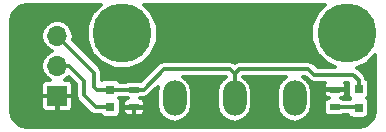
<source format=gtl>
G04 #@! TF.FileFunction,Copper,L1,Top,Signal*
%FSLAX46Y46*%
G04 Gerber Fmt 4.6, Leading zero omitted, Abs format (unit mm)*
G04 Created by KiCad (PCBNEW 4.0.6-e0-6349~53~ubuntu16.04.1) date Wed May  3 10:51:49 2017*
%MOMM*%
%LPD*%
G01*
G04 APERTURE LIST*
%ADD10C,0.100000*%
%ADD11R,1.700000X1.700000*%
%ADD12O,1.700000X1.700000*%
%ADD13R,0.750000X0.800000*%
%ADD14R,0.800000X0.800000*%
%ADD15R,0.900000X0.500000*%
%ADD16C,5.000000*%
%ADD17O,2.000000X3.000000*%
%ADD18C,0.350000*%
%ADD19C,0.300000*%
G04 APERTURE END LIST*
D10*
D11*
X4500000Y3210000D03*
D12*
X4500000Y5750000D03*
X4500000Y8290000D03*
D13*
X9000000Y3750000D03*
X9000000Y2250000D03*
D14*
X30000000Y2200000D03*
X30000000Y3800000D03*
D15*
X11000000Y2250000D03*
X11000000Y3750000D03*
X28000000Y3750000D03*
X28000000Y2250000D03*
D16*
X29000000Y8500000D03*
X10000000Y8500000D03*
D17*
X14420000Y3000000D03*
X19500000Y3000000D03*
X24580000Y3000000D03*
D18*
X7600000Y4000000D02*
X7850000Y3750000D01*
X7850000Y3750000D02*
X9000000Y3750000D01*
X7600000Y5190000D02*
X7600000Y4000000D01*
X7290000Y5500000D02*
X7600000Y5190000D01*
X7290000Y5500000D02*
X7290000Y5485000D01*
X4500000Y8290000D02*
X7290000Y5500000D01*
X11000000Y3750000D02*
X11800000Y3750000D01*
X13500000Y5500000D02*
X19100000Y5500000D01*
X13500000Y5450000D02*
X13500000Y5500000D01*
X11800000Y3750000D02*
X13500000Y5450000D01*
X9000000Y3750000D02*
X11000000Y3750000D01*
X29550000Y5000000D02*
X26250000Y5000000D01*
X26250000Y5000000D02*
X25750000Y5500000D01*
X30000000Y3800000D02*
X30000000Y4550000D01*
X30000000Y4550000D02*
X29550000Y5000000D01*
X19100000Y5500000D02*
X19500000Y5100000D01*
X25750000Y5500000D02*
X19900000Y5500000D01*
X19900000Y5500000D02*
X19500000Y5100000D01*
X19500000Y3000000D02*
X19500000Y5100000D01*
X4500000Y5750000D02*
X5500000Y5750000D01*
X5500000Y5750000D02*
X6750000Y4500000D01*
X6750000Y4500000D02*
X6750000Y3250000D01*
X6750000Y3250000D02*
X7750000Y2250000D01*
X7750000Y2250000D02*
X9000000Y2250000D01*
X28000000Y2250000D02*
X29950000Y2250000D01*
X29950000Y2250000D02*
X30000000Y2200000D01*
X25750000Y750000D02*
X26500000Y1500000D01*
X4500000Y3210000D02*
X4500000Y1500000D01*
X4500000Y1500000D02*
X5250000Y750000D01*
X5250000Y750000D02*
X25750000Y750000D01*
X28000000Y3750000D02*
X27200000Y3750000D01*
X27200000Y3750000D02*
X26500000Y3050000D01*
X26500000Y3050000D02*
X26500000Y1500000D01*
D19*
G36*
X7458207Y10201582D02*
X7000522Y9099355D01*
X6999481Y7905881D01*
X7455241Y6802857D01*
X8298418Y5958207D01*
X9400645Y5500522D01*
X10594119Y5499481D01*
X11697143Y5955241D01*
X12541793Y6798418D01*
X12999478Y7900645D01*
X13000519Y9094119D01*
X12544759Y10197143D01*
X11818171Y10925000D01*
X27182889Y10925000D01*
X26458207Y10201582D01*
X26000522Y9099355D01*
X25999481Y7905881D01*
X26455241Y6802857D01*
X27298418Y5958207D01*
X27980456Y5675000D01*
X26529594Y5675000D01*
X26227297Y5977297D01*
X26008312Y6123619D01*
X25750000Y6175000D01*
X19900000Y6175000D01*
X19641689Y6123619D01*
X19641687Y6123618D01*
X19641688Y6123618D01*
X19500000Y6028945D01*
X19358312Y6123619D01*
X19100000Y6175000D01*
X13500000Y6175000D01*
X13241689Y6123619D01*
X13022703Y5977297D01*
X12922019Y5826613D01*
X11579065Y4483659D01*
X11450000Y4509795D01*
X10550000Y4509795D01*
X10364711Y4474931D01*
X10287117Y4425000D01*
X9792203Y4425000D01*
X9740425Y4505465D01*
X9573339Y4619630D01*
X9375000Y4659795D01*
X8625000Y4659795D01*
X8439711Y4624931D01*
X8275000Y4518942D01*
X8275000Y5190000D01*
X8264719Y5241688D01*
X8223619Y5448312D01*
X8077297Y5667297D01*
X5806458Y7938136D01*
X5876448Y8290000D01*
X5773685Y8806623D01*
X5481042Y9244594D01*
X5043071Y9537237D01*
X4526448Y9640000D01*
X4473552Y9640000D01*
X3956929Y9537237D01*
X3518958Y9244594D01*
X3226315Y8806623D01*
X3123552Y8290000D01*
X3226315Y7773377D01*
X3518958Y7335406D01*
X3956929Y7042763D01*
X4071366Y7020000D01*
X3956929Y6997237D01*
X3518958Y6704594D01*
X3226315Y6266623D01*
X3123552Y5750000D01*
X3226315Y5233377D01*
X3518958Y4795406D01*
X3871268Y4560000D01*
X3550544Y4560000D01*
X3366773Y4483880D01*
X3226121Y4343227D01*
X3150000Y4159456D01*
X3150000Y3360000D01*
X3275000Y3235000D01*
X4475000Y3235000D01*
X4475000Y3255000D01*
X4525000Y3255000D01*
X4525000Y3235000D01*
X5725000Y3235000D01*
X5850000Y3360000D01*
X5850000Y4159456D01*
X5773879Y4343227D01*
X5633227Y4483880D01*
X5449456Y4560000D01*
X5128732Y4560000D01*
X5481042Y4795406D01*
X5488636Y4806770D01*
X6075000Y4220406D01*
X6075000Y3250000D01*
X6126381Y2991688D01*
X6272703Y2772703D01*
X7272703Y1772703D01*
X7491689Y1626381D01*
X7750000Y1575000D01*
X8207797Y1575000D01*
X8259575Y1494535D01*
X8426661Y1380370D01*
X8625000Y1340205D01*
X9375000Y1340205D01*
X9560289Y1375069D01*
X9730465Y1484575D01*
X9844630Y1651661D01*
X9884795Y1850000D01*
X9884795Y2100000D01*
X10050000Y2100000D01*
X10050000Y1900544D01*
X10126120Y1716773D01*
X10266773Y1576121D01*
X10450544Y1500000D01*
X10850000Y1500000D01*
X10975000Y1625000D01*
X10975000Y2225000D01*
X11025000Y2225000D01*
X11025000Y1625000D01*
X11150000Y1500000D01*
X11549456Y1500000D01*
X11733227Y1576121D01*
X11873880Y1716773D01*
X11950000Y1900544D01*
X11950000Y2100000D01*
X11825000Y2225000D01*
X11025000Y2225000D01*
X10975000Y2225000D01*
X10175000Y2225000D01*
X10050000Y2100000D01*
X9884795Y2100000D01*
X9884795Y2650000D01*
X9849931Y2835289D01*
X9742517Y3002214D01*
X9792250Y3075000D01*
X10286343Y3075000D01*
X10351661Y3030370D01*
X10501631Y3000000D01*
X10450544Y3000000D01*
X10266773Y2923879D01*
X10126120Y2783227D01*
X10050000Y2599456D01*
X10050000Y2400000D01*
X10175000Y2275000D01*
X10975000Y2275000D01*
X10975000Y2295000D01*
X11025000Y2295000D01*
X11025000Y2275000D01*
X11825000Y2275000D01*
X11950000Y2400000D01*
X11950000Y2599456D01*
X11873880Y2783227D01*
X11733227Y2923879D01*
X11549456Y3000000D01*
X11502057Y3000000D01*
X11635289Y3025069D01*
X11712883Y3075000D01*
X11800000Y3075000D01*
X12058312Y3126381D01*
X12277297Y3272703D01*
X13013418Y4008824D01*
X12920000Y3539182D01*
X12920000Y2460818D01*
X13034181Y1886793D01*
X13359340Y1400158D01*
X13845975Y1074999D01*
X14420000Y960818D01*
X14994025Y1074999D01*
X15480660Y1400158D01*
X15805819Y1886793D01*
X15920000Y2460818D01*
X15920000Y3539182D01*
X15805819Y4113207D01*
X15480660Y4599842D01*
X15143687Y4825000D01*
X18776313Y4825000D01*
X18439340Y4599842D01*
X18114181Y4113207D01*
X18000000Y3539182D01*
X18000000Y2460818D01*
X18114181Y1886793D01*
X18439340Y1400158D01*
X18925975Y1074999D01*
X19500000Y960818D01*
X20074025Y1074999D01*
X20560660Y1400158D01*
X20885819Y1886793D01*
X21000000Y2460818D01*
X21000000Y3539182D01*
X20885819Y4113207D01*
X20560660Y4599842D01*
X20223687Y4825000D01*
X23856313Y4825000D01*
X23519340Y4599842D01*
X23194181Y4113207D01*
X23080000Y3539182D01*
X23080000Y2460818D01*
X23194181Y1886793D01*
X23519340Y1400158D01*
X24005975Y1074999D01*
X24580000Y960818D01*
X25154025Y1074999D01*
X25640660Y1400158D01*
X25965819Y1886793D01*
X26080000Y2460818D01*
X26080000Y3539182D01*
X25965819Y4113207D01*
X25640660Y4599842D01*
X25303687Y4825000D01*
X25470406Y4825000D01*
X25772703Y4522703D01*
X25991688Y4376381D01*
X26250000Y4325000D01*
X27167893Y4325000D01*
X27126120Y4283227D01*
X27050000Y4099456D01*
X27050000Y3900000D01*
X27175000Y3775000D01*
X27975000Y3775000D01*
X27975000Y3795000D01*
X28025000Y3795000D01*
X28025000Y3775000D01*
X28825000Y3775000D01*
X28950000Y3900000D01*
X28950000Y4099456D01*
X28873880Y4283227D01*
X28832107Y4325000D01*
X29115518Y4325000D01*
X29090205Y4200000D01*
X29090205Y3400000D01*
X29125069Y3214711D01*
X29234575Y3044535D01*
X29299032Y3000493D01*
X29244535Y2965425D01*
X29216914Y2925000D01*
X28713657Y2925000D01*
X28648339Y2969630D01*
X28498369Y3000000D01*
X28549456Y3000000D01*
X28733227Y3076121D01*
X28873880Y3216773D01*
X28950000Y3400544D01*
X28950000Y3600000D01*
X28825000Y3725000D01*
X28025000Y3725000D01*
X28025000Y3705000D01*
X27975000Y3705000D01*
X27975000Y3725000D01*
X27175000Y3725000D01*
X27050000Y3600000D01*
X27050000Y3400544D01*
X27126120Y3216773D01*
X27266773Y3076121D01*
X27450544Y3000000D01*
X27497943Y3000000D01*
X27364711Y2974931D01*
X27194535Y2865425D01*
X27080370Y2698339D01*
X27040205Y2500000D01*
X27040205Y2000000D01*
X27075069Y1814711D01*
X27184575Y1644535D01*
X27351661Y1530370D01*
X27550000Y1490205D01*
X28450000Y1490205D01*
X28635289Y1525069D01*
X28712883Y1575000D01*
X29150623Y1575000D01*
X29234575Y1444535D01*
X29401661Y1330370D01*
X29600000Y1290205D01*
X30400000Y1290205D01*
X30585289Y1325069D01*
X30755465Y1434575D01*
X30869630Y1601661D01*
X30909795Y1800000D01*
X30909795Y2600000D01*
X30874931Y2785289D01*
X30765425Y2955465D01*
X30700968Y2999507D01*
X30755465Y3034575D01*
X30869630Y3201661D01*
X30909795Y3400000D01*
X30909795Y4200000D01*
X30874931Y4385289D01*
X30765425Y4555465D01*
X30659519Y4627827D01*
X30633565Y4758311D01*
X30623619Y4808312D01*
X30477297Y5027297D01*
X30027297Y5477297D01*
X29841266Y5601600D01*
X30697143Y5955241D01*
X31425000Y6681829D01*
X31425000Y2056635D01*
X31306120Y1458985D01*
X30999662Y1000338D01*
X30541012Y693879D01*
X29943365Y575000D01*
X2056635Y575000D01*
X1458985Y693880D01*
X1000338Y1000338D01*
X693879Y1458988D01*
X575000Y2056635D01*
X575000Y3060000D01*
X3150000Y3060000D01*
X3150000Y2260544D01*
X3226121Y2076773D01*
X3366773Y1936120D01*
X3550544Y1860000D01*
X4350000Y1860000D01*
X4475000Y1985000D01*
X4475000Y3185000D01*
X4525000Y3185000D01*
X4525000Y1985000D01*
X4650000Y1860000D01*
X5449456Y1860000D01*
X5633227Y1936120D01*
X5773879Y2076773D01*
X5850000Y2260544D01*
X5850000Y3060000D01*
X5725000Y3185000D01*
X4525000Y3185000D01*
X4475000Y3185000D01*
X3275000Y3185000D01*
X3150000Y3060000D01*
X575000Y3060000D01*
X575000Y9443365D01*
X693879Y10041012D01*
X1000338Y10499662D01*
X1458985Y10806120D01*
X2056635Y10925000D01*
X8182889Y10925000D01*
X7458207Y10201582D01*
X7458207Y10201582D01*
G37*
X7458207Y10201582D02*
X7000522Y9099355D01*
X6999481Y7905881D01*
X7455241Y6802857D01*
X8298418Y5958207D01*
X9400645Y5500522D01*
X10594119Y5499481D01*
X11697143Y5955241D01*
X12541793Y6798418D01*
X12999478Y7900645D01*
X13000519Y9094119D01*
X12544759Y10197143D01*
X11818171Y10925000D01*
X27182889Y10925000D01*
X26458207Y10201582D01*
X26000522Y9099355D01*
X25999481Y7905881D01*
X26455241Y6802857D01*
X27298418Y5958207D01*
X27980456Y5675000D01*
X26529594Y5675000D01*
X26227297Y5977297D01*
X26008312Y6123619D01*
X25750000Y6175000D01*
X19900000Y6175000D01*
X19641689Y6123619D01*
X19641687Y6123618D01*
X19641688Y6123618D01*
X19500000Y6028945D01*
X19358312Y6123619D01*
X19100000Y6175000D01*
X13500000Y6175000D01*
X13241689Y6123619D01*
X13022703Y5977297D01*
X12922019Y5826613D01*
X11579065Y4483659D01*
X11450000Y4509795D01*
X10550000Y4509795D01*
X10364711Y4474931D01*
X10287117Y4425000D01*
X9792203Y4425000D01*
X9740425Y4505465D01*
X9573339Y4619630D01*
X9375000Y4659795D01*
X8625000Y4659795D01*
X8439711Y4624931D01*
X8275000Y4518942D01*
X8275000Y5190000D01*
X8264719Y5241688D01*
X8223619Y5448312D01*
X8077297Y5667297D01*
X5806458Y7938136D01*
X5876448Y8290000D01*
X5773685Y8806623D01*
X5481042Y9244594D01*
X5043071Y9537237D01*
X4526448Y9640000D01*
X4473552Y9640000D01*
X3956929Y9537237D01*
X3518958Y9244594D01*
X3226315Y8806623D01*
X3123552Y8290000D01*
X3226315Y7773377D01*
X3518958Y7335406D01*
X3956929Y7042763D01*
X4071366Y7020000D01*
X3956929Y6997237D01*
X3518958Y6704594D01*
X3226315Y6266623D01*
X3123552Y5750000D01*
X3226315Y5233377D01*
X3518958Y4795406D01*
X3871268Y4560000D01*
X3550544Y4560000D01*
X3366773Y4483880D01*
X3226121Y4343227D01*
X3150000Y4159456D01*
X3150000Y3360000D01*
X3275000Y3235000D01*
X4475000Y3235000D01*
X4475000Y3255000D01*
X4525000Y3255000D01*
X4525000Y3235000D01*
X5725000Y3235000D01*
X5850000Y3360000D01*
X5850000Y4159456D01*
X5773879Y4343227D01*
X5633227Y4483880D01*
X5449456Y4560000D01*
X5128732Y4560000D01*
X5481042Y4795406D01*
X5488636Y4806770D01*
X6075000Y4220406D01*
X6075000Y3250000D01*
X6126381Y2991688D01*
X6272703Y2772703D01*
X7272703Y1772703D01*
X7491689Y1626381D01*
X7750000Y1575000D01*
X8207797Y1575000D01*
X8259575Y1494535D01*
X8426661Y1380370D01*
X8625000Y1340205D01*
X9375000Y1340205D01*
X9560289Y1375069D01*
X9730465Y1484575D01*
X9844630Y1651661D01*
X9884795Y1850000D01*
X9884795Y2100000D01*
X10050000Y2100000D01*
X10050000Y1900544D01*
X10126120Y1716773D01*
X10266773Y1576121D01*
X10450544Y1500000D01*
X10850000Y1500000D01*
X10975000Y1625000D01*
X10975000Y2225000D01*
X11025000Y2225000D01*
X11025000Y1625000D01*
X11150000Y1500000D01*
X11549456Y1500000D01*
X11733227Y1576121D01*
X11873880Y1716773D01*
X11950000Y1900544D01*
X11950000Y2100000D01*
X11825000Y2225000D01*
X11025000Y2225000D01*
X10975000Y2225000D01*
X10175000Y2225000D01*
X10050000Y2100000D01*
X9884795Y2100000D01*
X9884795Y2650000D01*
X9849931Y2835289D01*
X9742517Y3002214D01*
X9792250Y3075000D01*
X10286343Y3075000D01*
X10351661Y3030370D01*
X10501631Y3000000D01*
X10450544Y3000000D01*
X10266773Y2923879D01*
X10126120Y2783227D01*
X10050000Y2599456D01*
X10050000Y2400000D01*
X10175000Y2275000D01*
X10975000Y2275000D01*
X10975000Y2295000D01*
X11025000Y2295000D01*
X11025000Y2275000D01*
X11825000Y2275000D01*
X11950000Y2400000D01*
X11950000Y2599456D01*
X11873880Y2783227D01*
X11733227Y2923879D01*
X11549456Y3000000D01*
X11502057Y3000000D01*
X11635289Y3025069D01*
X11712883Y3075000D01*
X11800000Y3075000D01*
X12058312Y3126381D01*
X12277297Y3272703D01*
X13013418Y4008824D01*
X12920000Y3539182D01*
X12920000Y2460818D01*
X13034181Y1886793D01*
X13359340Y1400158D01*
X13845975Y1074999D01*
X14420000Y960818D01*
X14994025Y1074999D01*
X15480660Y1400158D01*
X15805819Y1886793D01*
X15920000Y2460818D01*
X15920000Y3539182D01*
X15805819Y4113207D01*
X15480660Y4599842D01*
X15143687Y4825000D01*
X18776313Y4825000D01*
X18439340Y4599842D01*
X18114181Y4113207D01*
X18000000Y3539182D01*
X18000000Y2460818D01*
X18114181Y1886793D01*
X18439340Y1400158D01*
X18925975Y1074999D01*
X19500000Y960818D01*
X20074025Y1074999D01*
X20560660Y1400158D01*
X20885819Y1886793D01*
X21000000Y2460818D01*
X21000000Y3539182D01*
X20885819Y4113207D01*
X20560660Y4599842D01*
X20223687Y4825000D01*
X23856313Y4825000D01*
X23519340Y4599842D01*
X23194181Y4113207D01*
X23080000Y3539182D01*
X23080000Y2460818D01*
X23194181Y1886793D01*
X23519340Y1400158D01*
X24005975Y1074999D01*
X24580000Y960818D01*
X25154025Y1074999D01*
X25640660Y1400158D01*
X25965819Y1886793D01*
X26080000Y2460818D01*
X26080000Y3539182D01*
X25965819Y4113207D01*
X25640660Y4599842D01*
X25303687Y4825000D01*
X25470406Y4825000D01*
X25772703Y4522703D01*
X25991688Y4376381D01*
X26250000Y4325000D01*
X27167893Y4325000D01*
X27126120Y4283227D01*
X27050000Y4099456D01*
X27050000Y3900000D01*
X27175000Y3775000D01*
X27975000Y3775000D01*
X27975000Y3795000D01*
X28025000Y3795000D01*
X28025000Y3775000D01*
X28825000Y3775000D01*
X28950000Y3900000D01*
X28950000Y4099456D01*
X28873880Y4283227D01*
X28832107Y4325000D01*
X29115518Y4325000D01*
X29090205Y4200000D01*
X29090205Y3400000D01*
X29125069Y3214711D01*
X29234575Y3044535D01*
X29299032Y3000493D01*
X29244535Y2965425D01*
X29216914Y2925000D01*
X28713657Y2925000D01*
X28648339Y2969630D01*
X28498369Y3000000D01*
X28549456Y3000000D01*
X28733227Y3076121D01*
X28873880Y3216773D01*
X28950000Y3400544D01*
X28950000Y3600000D01*
X28825000Y3725000D01*
X28025000Y3725000D01*
X28025000Y3705000D01*
X27975000Y3705000D01*
X27975000Y3725000D01*
X27175000Y3725000D01*
X27050000Y3600000D01*
X27050000Y3400544D01*
X27126120Y3216773D01*
X27266773Y3076121D01*
X27450544Y3000000D01*
X27497943Y3000000D01*
X27364711Y2974931D01*
X27194535Y2865425D01*
X27080370Y2698339D01*
X27040205Y2500000D01*
X27040205Y2000000D01*
X27075069Y1814711D01*
X27184575Y1644535D01*
X27351661Y1530370D01*
X27550000Y1490205D01*
X28450000Y1490205D01*
X28635289Y1525069D01*
X28712883Y1575000D01*
X29150623Y1575000D01*
X29234575Y1444535D01*
X29401661Y1330370D01*
X29600000Y1290205D01*
X30400000Y1290205D01*
X30585289Y1325069D01*
X30755465Y1434575D01*
X30869630Y1601661D01*
X30909795Y1800000D01*
X30909795Y2600000D01*
X30874931Y2785289D01*
X30765425Y2955465D01*
X30700968Y2999507D01*
X30755465Y3034575D01*
X30869630Y3201661D01*
X30909795Y3400000D01*
X30909795Y4200000D01*
X30874931Y4385289D01*
X30765425Y4555465D01*
X30659519Y4627827D01*
X30633565Y4758311D01*
X30623619Y4808312D01*
X30477297Y5027297D01*
X30027297Y5477297D01*
X29841266Y5601600D01*
X30697143Y5955241D01*
X31425000Y6681829D01*
X31425000Y2056635D01*
X31306120Y1458985D01*
X30999662Y1000338D01*
X30541012Y693879D01*
X29943365Y575000D01*
X2056635Y575000D01*
X1458985Y693880D01*
X1000338Y1000338D01*
X693879Y1458988D01*
X575000Y2056635D01*
X575000Y3060000D01*
X3150000Y3060000D01*
X3150000Y2260544D01*
X3226121Y2076773D01*
X3366773Y1936120D01*
X3550544Y1860000D01*
X4350000Y1860000D01*
X4475000Y1985000D01*
X4475000Y3185000D01*
X4525000Y3185000D01*
X4525000Y1985000D01*
X4650000Y1860000D01*
X5449456Y1860000D01*
X5633227Y1936120D01*
X5773879Y2076773D01*
X5850000Y2260544D01*
X5850000Y3060000D01*
X5725000Y3185000D01*
X4525000Y3185000D01*
X4475000Y3185000D01*
X3275000Y3185000D01*
X3150000Y3060000D01*
X575000Y3060000D01*
X575000Y9443365D01*
X693879Y10041012D01*
X1000338Y10499662D01*
X1458985Y10806120D01*
X2056635Y10925000D01*
X8182889Y10925000D01*
X7458207Y10201582D01*
M02*

</source>
